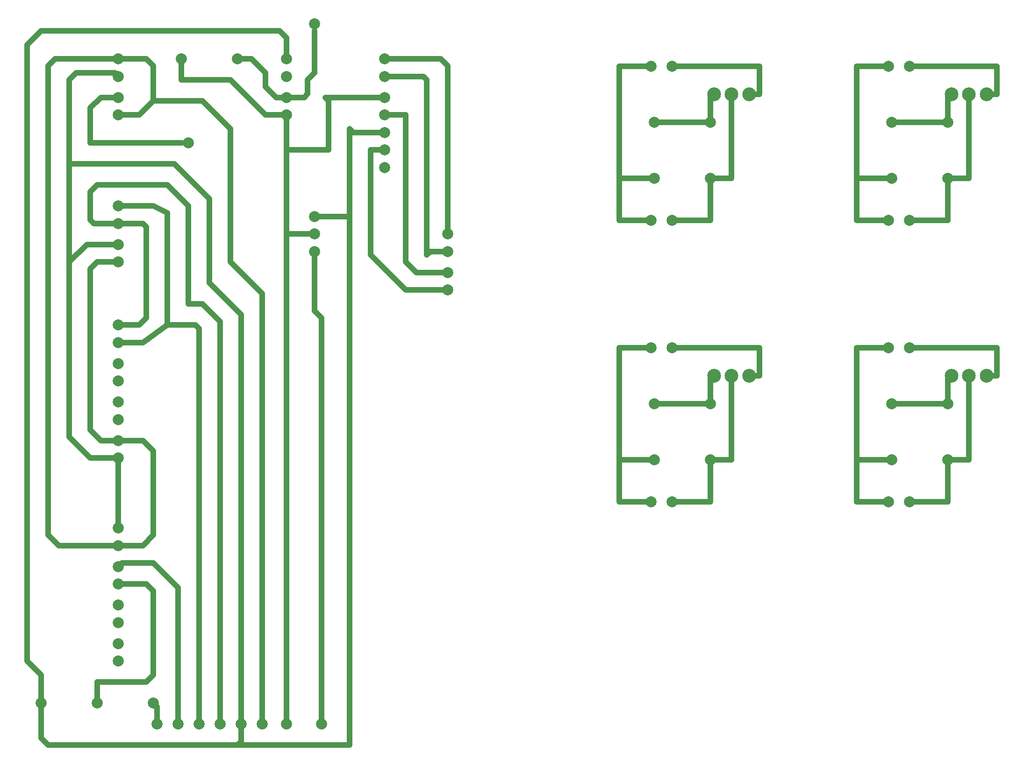
<source format=gbr>
G04 #@! TF.FileFunction,Copper,L2,Bot,Signal*
%FSLAX46Y46*%
G04 Gerber Fmt 4.6, Leading zero omitted, Abs format (unit mm)*
G04 Created by KiCad (PCBNEW 4.0.1-stable) date 1/13/2016 10:53:09 PM*
%MOMM*%
G01*
G04 APERTURE LIST*
%ADD10C,0.100000*%
%ADD11C,1.998980*%
%ADD12C,2.499360*%
%ADD13C,1.000000*%
%ADD14C,0.250000*%
G04 APERTURE END LIST*
D10*
D11*
X69850000Y-143510000D03*
X68580000Y-51435000D03*
X68580000Y-54610000D03*
X68580000Y-57785000D03*
X68580000Y-16510000D03*
X45720000Y-38100000D03*
X44450000Y-22860000D03*
X54610000Y-22860000D03*
X63500000Y-143510000D03*
X63500000Y-33020000D03*
X63500000Y-29845000D03*
X63500000Y-26035000D03*
X63500000Y-22860000D03*
X29210000Y-139700000D03*
X19050000Y-139700000D03*
X55245000Y-143510000D03*
X59055000Y-143510000D03*
X39370000Y-139700000D03*
X29210000Y-139700000D03*
X47625000Y-143510000D03*
X51435000Y-143510000D03*
X33020000Y-33020000D03*
X33020000Y-29845000D03*
X33020000Y-26035000D03*
X33020000Y-22860000D03*
X33020000Y-132080000D03*
X33020000Y-128905000D03*
X33020000Y-125095000D03*
X33020000Y-121920000D03*
X33020000Y-118110000D03*
X33020000Y-114935000D03*
X33020000Y-111125000D03*
X33020000Y-107950000D03*
X33020000Y-81280000D03*
X33020000Y-78105000D03*
X33020000Y-74295000D03*
X33020000Y-71120000D03*
X33020000Y-95250000D03*
X33020000Y-92075000D03*
X33020000Y-88265000D03*
X33020000Y-85090000D03*
X33020000Y-95250000D03*
X33020000Y-92075000D03*
X33020000Y-88265000D03*
X33020000Y-85090000D03*
X129505000Y-103180000D03*
X133315000Y-103180000D03*
X129505000Y-75240000D03*
X133315000Y-75240000D03*
X130140000Y-85400000D03*
X130140000Y-95560000D03*
X140300000Y-85400000D03*
X140300000Y-95560000D03*
D12*
X140935000Y-80320000D03*
X144110000Y-80320000D03*
X147285000Y-80320000D03*
X183935000Y-80320000D03*
X187110000Y-80320000D03*
X190285000Y-80320000D03*
D11*
X183300000Y-85400000D03*
X183300000Y-95560000D03*
X173140000Y-85400000D03*
X173140000Y-95560000D03*
X172505000Y-75240000D03*
X176315000Y-75240000D03*
X172505000Y-103180000D03*
X176315000Y-103180000D03*
X172505000Y-52180000D03*
X176315000Y-52180000D03*
X172505000Y-24240000D03*
X176315000Y-24240000D03*
X173140000Y-34400000D03*
X173140000Y-44560000D03*
X183300000Y-34400000D03*
X183300000Y-44560000D03*
D12*
X183935000Y-29320000D03*
X187110000Y-29320000D03*
X190285000Y-29320000D03*
X140935000Y-29320000D03*
X144110000Y-29320000D03*
X147285000Y-29320000D03*
D11*
X140300000Y-34400000D03*
X140300000Y-44560000D03*
X130140000Y-34400000D03*
X130140000Y-44560000D03*
X129505000Y-24240000D03*
X133315000Y-24240000D03*
X129505000Y-52180000D03*
X133315000Y-52180000D03*
X33020000Y-59690000D03*
X33020000Y-56515000D03*
X33020000Y-52705000D03*
X33020000Y-49530000D03*
X33020000Y-81280000D03*
X33020000Y-78105000D03*
X33020000Y-74295000D03*
X33020000Y-71120000D03*
X40005000Y-143510000D03*
X43815000Y-143510000D03*
X81280000Y-22860000D03*
X81280000Y-26035000D03*
X81280000Y-29845000D03*
X81280000Y-33020000D03*
X81280000Y-36195000D03*
X81280000Y-39370000D03*
X81280000Y-42545000D03*
X92710000Y-54610000D03*
X92710000Y-57785000D03*
X92710000Y-61595000D03*
X92710000Y-64770000D03*
D13*
X69850000Y-143510000D02*
X69850000Y-69850000D01*
X68580000Y-68580000D02*
X68580000Y-57785000D01*
X69850000Y-69850000D02*
X68580000Y-68580000D01*
X68580000Y-54610000D02*
X63500000Y-54610000D01*
X68580000Y-51435000D02*
X74930000Y-51435000D01*
X74930000Y-52070000D02*
X74930000Y-50800000D01*
X74930000Y-51435000D02*
X74930000Y-52070000D01*
X63500000Y-22860000D02*
X63500000Y-19050000D01*
X19050000Y-134620000D02*
X19050000Y-139700000D01*
X16510000Y-132080000D02*
X19050000Y-134620000D01*
X16510000Y-20320000D02*
X16510000Y-132080000D01*
X19050000Y-17780000D02*
X16510000Y-20320000D01*
X62230000Y-17780000D02*
X19050000Y-17780000D01*
X63500000Y-19050000D02*
X62230000Y-17780000D01*
X81280000Y-39370000D02*
X78740000Y-39370000D01*
X85090000Y-64770000D02*
X78740000Y-58420000D01*
X78740000Y-58420000D02*
X78740000Y-39370000D01*
X85090000Y-64770000D02*
X92710000Y-64770000D01*
X92710000Y-61595000D02*
X86995000Y-61595000D01*
X85090000Y-33020000D02*
X81280000Y-33020000D01*
X85090000Y-59690000D02*
X85090000Y-33020000D01*
X86995000Y-61595000D02*
X85090000Y-59690000D01*
X81280000Y-26035000D02*
X88265000Y-26035000D01*
X89535000Y-57785000D02*
X92710000Y-57785000D01*
X88900000Y-58420000D02*
X89535000Y-57785000D01*
X88900000Y-26670000D02*
X88900000Y-58420000D01*
X88265000Y-26035000D02*
X88900000Y-26670000D01*
X81280000Y-22860000D02*
X91440000Y-22860000D01*
X92710000Y-24130000D02*
X92710000Y-54610000D01*
X91440000Y-22860000D02*
X92710000Y-24130000D01*
X33020000Y-29845000D02*
X29845000Y-29845000D01*
X27940000Y-38100000D02*
X44450000Y-38100000D01*
X27940000Y-31750000D02*
X27940000Y-38100000D01*
X29845000Y-29845000D02*
X27940000Y-31750000D01*
X63500000Y-29845000D02*
X66675000Y-29845000D01*
X68580000Y-25400000D02*
X68580000Y-17780000D01*
X67310000Y-26670000D02*
X68580000Y-25400000D01*
X67310000Y-29210000D02*
X67310000Y-26670000D01*
X66675000Y-29845000D02*
X67310000Y-29210000D01*
X81280000Y-36195000D02*
X75565000Y-36195000D01*
X74930000Y-147320000D02*
X54610000Y-147320000D01*
X74930000Y-35560000D02*
X74930000Y-50800000D01*
X74930000Y-50800000D02*
X74930000Y-147320000D01*
X75565000Y-36195000D02*
X74930000Y-35560000D01*
X81280000Y-29845000D02*
X70485000Y-29845000D01*
X71120000Y-39370000D02*
X63500000Y-39370000D01*
X71120000Y-30480000D02*
X71120000Y-39370000D01*
X70485000Y-29845000D02*
X71120000Y-30480000D01*
X54610000Y-22860000D02*
X57150000Y-22860000D01*
X61595000Y-29845000D02*
X59690000Y-27940000D01*
X59690000Y-27940000D02*
X59690000Y-25400000D01*
X59690000Y-25400000D02*
X57150000Y-22860000D01*
X61595000Y-29845000D02*
X63500000Y-29845000D01*
X63500000Y-33020000D02*
X59690000Y-33020000D01*
X44450000Y-26670000D02*
X44450000Y-22860000D01*
X53340000Y-26670000D02*
X44450000Y-26670000D01*
X54610000Y-27940000D02*
X53340000Y-26670000D01*
X59690000Y-33020000D02*
X54610000Y-27940000D01*
X63500000Y-143510000D02*
X63500000Y-54610000D01*
X63500000Y-54610000D02*
X63500000Y-39370000D01*
X63500000Y-39370000D02*
X63500000Y-33020000D01*
X55245000Y-143510000D02*
X55245000Y-146685000D01*
X19050000Y-146050000D02*
X19050000Y-139700000D01*
X20320000Y-147320000D02*
X19050000Y-146050000D01*
X54610000Y-147320000D02*
X20320000Y-147320000D01*
X55245000Y-146685000D02*
X54610000Y-147320000D01*
X39370000Y-127000000D02*
X39370000Y-134620000D01*
X39370000Y-119380000D02*
X38100000Y-118110000D01*
X33020000Y-118110000D02*
X38100000Y-118110000D01*
X39370000Y-127000000D02*
X39370000Y-119380000D01*
X29210000Y-135890000D02*
X29210000Y-139700000D01*
X38100000Y-135890000D02*
X29210000Y-135890000D01*
X39370000Y-134620000D02*
X38100000Y-135890000D01*
X40005000Y-143510000D02*
X40005000Y-140335000D01*
X40005000Y-140335000D02*
X39370000Y-139700000D01*
X33020000Y-111125000D02*
X37465000Y-111125000D01*
X37465000Y-92075000D02*
X33020000Y-92075000D01*
X39370000Y-93980000D02*
X37465000Y-92075000D01*
X39370000Y-109220000D02*
X39370000Y-93980000D01*
X37465000Y-111125000D02*
X39370000Y-109220000D01*
X59055000Y-143510000D02*
X59055000Y-65405000D01*
X48260000Y-30480000D02*
X39370000Y-30480000D01*
X53340000Y-35560000D02*
X48260000Y-30480000D01*
X53340000Y-59690000D02*
X53340000Y-35560000D01*
X59055000Y-65405000D02*
X53340000Y-59690000D01*
X24130000Y-41910000D02*
X43180000Y-41910000D01*
X55245000Y-69215000D02*
X55245000Y-143510000D01*
X49530000Y-63500000D02*
X55245000Y-69215000D01*
X49530000Y-48260000D02*
X49530000Y-63500000D01*
X43180000Y-41910000D02*
X49530000Y-48260000D01*
X33020000Y-33020000D02*
X34290000Y-33020000D01*
X38100000Y-22860000D02*
X33020000Y-22860000D01*
X39370000Y-24130000D02*
X38100000Y-22860000D01*
X39370000Y-30480000D02*
X39370000Y-24130000D01*
X36830000Y-33020000D02*
X39370000Y-30480000D01*
X34290000Y-33020000D02*
X36830000Y-33020000D01*
X24130000Y-59690000D02*
X24130000Y-41910000D01*
X24130000Y-41910000D02*
X24130000Y-26670000D01*
X25400000Y-25400000D02*
X32385000Y-25400000D01*
X24130000Y-26670000D02*
X25400000Y-25400000D01*
X32385000Y-25400000D02*
X33020000Y-26035000D01*
X20320000Y-57150000D02*
X20320000Y-24130000D01*
X22225000Y-111125000D02*
X20320000Y-109220000D01*
X20320000Y-109220000D02*
X20320000Y-57150000D01*
X33020000Y-111125000D02*
X22225000Y-111125000D01*
X21590000Y-22860000D02*
X33020000Y-22860000D01*
X20320000Y-24130000D02*
X21590000Y-22860000D01*
X51435000Y-143510000D02*
X51435000Y-137160000D01*
X45720000Y-49530000D02*
X41910000Y-45720000D01*
X41910000Y-45720000D02*
X29210000Y-45720000D01*
X29210000Y-45720000D02*
X27940000Y-46990000D01*
X27940000Y-46990000D02*
X27940000Y-52070000D01*
X27940000Y-52070000D02*
X28575000Y-52705000D01*
X28575000Y-52705000D02*
X33020000Y-52705000D01*
X51435000Y-137160000D02*
X51435000Y-70485000D01*
X48260000Y-67310000D02*
X45720000Y-67310000D01*
X51435000Y-70485000D02*
X48260000Y-67310000D01*
X45720000Y-67310000D02*
X45720000Y-49530000D01*
X47625000Y-143510000D02*
X47625000Y-137160000D01*
X47625000Y-137160000D02*
X47625000Y-71755000D01*
X47625000Y-71755000D02*
X46990000Y-71120000D01*
X46990000Y-71120000D02*
X41910000Y-71120000D01*
X43815000Y-143510000D02*
X43815000Y-137160000D01*
X43815000Y-118745000D02*
X40640000Y-115570000D01*
X40640000Y-115570000D02*
X39370000Y-114300000D01*
X39370000Y-114300000D02*
X33655000Y-114300000D01*
X43815000Y-137160000D02*
X43815000Y-118745000D01*
X33655000Y-114300000D02*
X33020000Y-114935000D01*
X33020000Y-49530000D02*
X39370000Y-49530000D01*
X37465000Y-74295000D02*
X33020000Y-74295000D01*
X41910000Y-71120000D02*
X37465000Y-74295000D01*
X41910000Y-50800000D02*
X41910000Y-71120000D01*
X39370000Y-49530000D02*
X41910000Y-50800000D01*
X33020000Y-52705000D02*
X37465000Y-52705000D01*
X36830000Y-71120000D02*
X33020000Y-71120000D01*
X38100000Y-69850000D02*
X36830000Y-71120000D01*
X38100000Y-53340000D02*
X38100000Y-69850000D01*
X37465000Y-52705000D02*
X38100000Y-53340000D01*
X33020000Y-56515000D02*
X27305000Y-56515000D01*
X27940000Y-95250000D02*
X33020000Y-95250000D01*
X24130000Y-91440000D02*
X27940000Y-95250000D01*
X24130000Y-59690000D02*
X24130000Y-91440000D01*
X27305000Y-56515000D02*
X24130000Y-59690000D01*
X33020000Y-92075000D02*
X29845000Y-92075000D01*
X29210000Y-59690000D02*
X33020000Y-59690000D01*
X27940000Y-60960000D02*
X29210000Y-59690000D01*
X27940000Y-90170000D02*
X27940000Y-60960000D01*
X29845000Y-92075000D02*
X27940000Y-90170000D01*
X33020000Y-95250000D02*
X33020000Y-107950000D01*
D14*
X140300000Y-80955000D02*
X140935000Y-80320000D01*
D13*
X140300000Y-85400000D02*
X140300000Y-80955000D01*
X144110000Y-95560000D02*
X144110000Y-80320000D01*
X140300000Y-95560000D02*
X144110000Y-95560000D01*
X149190000Y-75240000D02*
X149190000Y-80320000D01*
X149190000Y-80320000D02*
X147285000Y-80320000D01*
X133315000Y-75240000D02*
X149190000Y-75240000D01*
X123790000Y-95560000D02*
X130140000Y-95560000D01*
X123790000Y-75240000D02*
X123790000Y-80320000D01*
X123790000Y-80320000D02*
X123790000Y-95560000D01*
X129505000Y-75240000D02*
X123790000Y-75240000D01*
X140300000Y-103180000D02*
X133315000Y-103180000D01*
X140300000Y-95560000D02*
X140300000Y-103180000D01*
X123790000Y-103180000D02*
X129505000Y-103180000D01*
X123790000Y-95560000D02*
X123790000Y-103180000D01*
X130140000Y-85400000D02*
X140300000Y-85400000D01*
X173140000Y-85400000D02*
X183300000Y-85400000D01*
X166790000Y-95560000D02*
X166790000Y-103180000D01*
X166790000Y-103180000D02*
X172505000Y-103180000D01*
X183300000Y-95560000D02*
X183300000Y-103180000D01*
X183300000Y-103180000D02*
X176315000Y-103180000D01*
X172505000Y-75240000D02*
X166790000Y-75240000D01*
X166790000Y-80320000D02*
X166790000Y-95560000D01*
X166790000Y-75240000D02*
X166790000Y-80320000D01*
X166790000Y-95560000D02*
X173140000Y-95560000D01*
X176315000Y-75240000D02*
X192190000Y-75240000D01*
X192190000Y-80320000D02*
X190285000Y-80320000D01*
X192190000Y-75240000D02*
X192190000Y-80320000D01*
X183300000Y-95560000D02*
X187110000Y-95560000D01*
X187110000Y-95560000D02*
X187110000Y-80320000D01*
X183300000Y-85400000D02*
X183300000Y-80955000D01*
D14*
X183300000Y-80955000D02*
X183935000Y-80320000D01*
X183300000Y-29955000D02*
X183935000Y-29320000D01*
D13*
X183300000Y-34400000D02*
X183300000Y-29955000D01*
X187110000Y-44560000D02*
X187110000Y-29320000D01*
X183300000Y-44560000D02*
X187110000Y-44560000D01*
X192190000Y-24240000D02*
X192190000Y-29320000D01*
X192190000Y-29320000D02*
X190285000Y-29320000D01*
X176315000Y-24240000D02*
X192190000Y-24240000D01*
X166790000Y-44560000D02*
X173140000Y-44560000D01*
X166790000Y-24240000D02*
X166790000Y-29320000D01*
X166790000Y-29320000D02*
X166790000Y-44560000D01*
X172505000Y-24240000D02*
X166790000Y-24240000D01*
X183300000Y-52180000D02*
X176315000Y-52180000D01*
X183300000Y-44560000D02*
X183300000Y-52180000D01*
X166790000Y-52180000D02*
X172505000Y-52180000D01*
X166790000Y-44560000D02*
X166790000Y-52180000D01*
X173140000Y-34400000D02*
X183300000Y-34400000D01*
X130140000Y-34400000D02*
X140300000Y-34400000D01*
X123790000Y-44560000D02*
X123790000Y-52180000D01*
X123790000Y-52180000D02*
X129505000Y-52180000D01*
X140300000Y-44560000D02*
X140300000Y-52180000D01*
X140300000Y-52180000D02*
X133315000Y-52180000D01*
X129505000Y-24240000D02*
X123790000Y-24240000D01*
X123790000Y-29320000D02*
X123790000Y-44560000D01*
X123790000Y-24240000D02*
X123790000Y-29320000D01*
X123790000Y-44560000D02*
X130140000Y-44560000D01*
X133315000Y-24240000D02*
X149190000Y-24240000D01*
X149190000Y-29320000D02*
X147285000Y-29320000D01*
X149190000Y-24240000D02*
X149190000Y-29320000D01*
X140300000Y-44560000D02*
X144110000Y-44560000D01*
X144110000Y-44560000D02*
X144110000Y-29320000D01*
X140300000Y-34400000D02*
X140300000Y-29955000D01*
D14*
X140300000Y-29955000D02*
X140935000Y-29320000D01*
M02*

</source>
